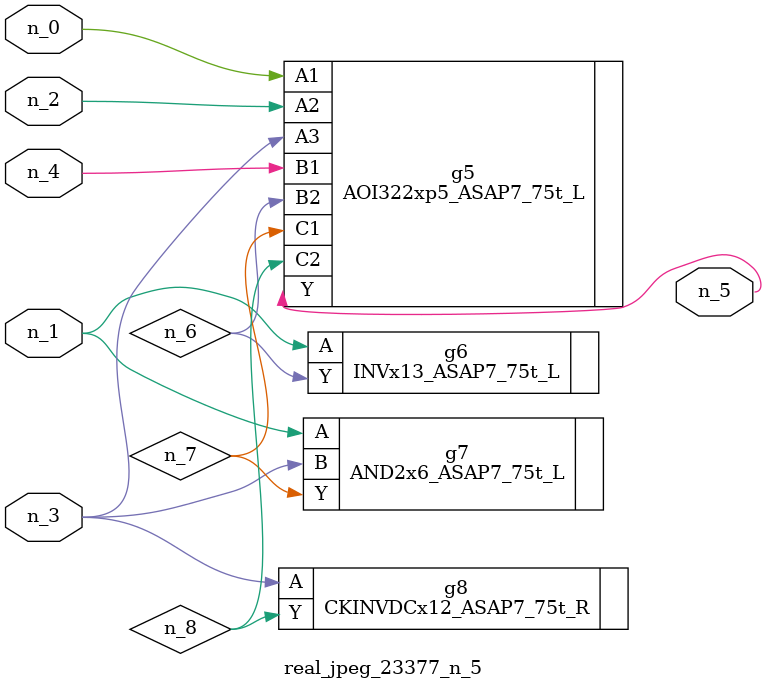
<source format=v>
module real_jpeg_23377_n_5 (n_4, n_0, n_1, n_2, n_3, n_5);

input n_4;
input n_0;
input n_1;
input n_2;
input n_3;

output n_5;

wire n_8;
wire n_6;
wire n_7;

AOI322xp5_ASAP7_75t_L g5 ( 
.A1(n_0),
.A2(n_2),
.A3(n_3),
.B1(n_4),
.B2(n_6),
.C1(n_7),
.C2(n_8),
.Y(n_5)
);

INVx13_ASAP7_75t_L g6 ( 
.A(n_1),
.Y(n_6)
);

AND2x6_ASAP7_75t_L g7 ( 
.A(n_1),
.B(n_3),
.Y(n_7)
);

CKINVDCx12_ASAP7_75t_R g8 ( 
.A(n_3),
.Y(n_8)
);


endmodule
</source>
